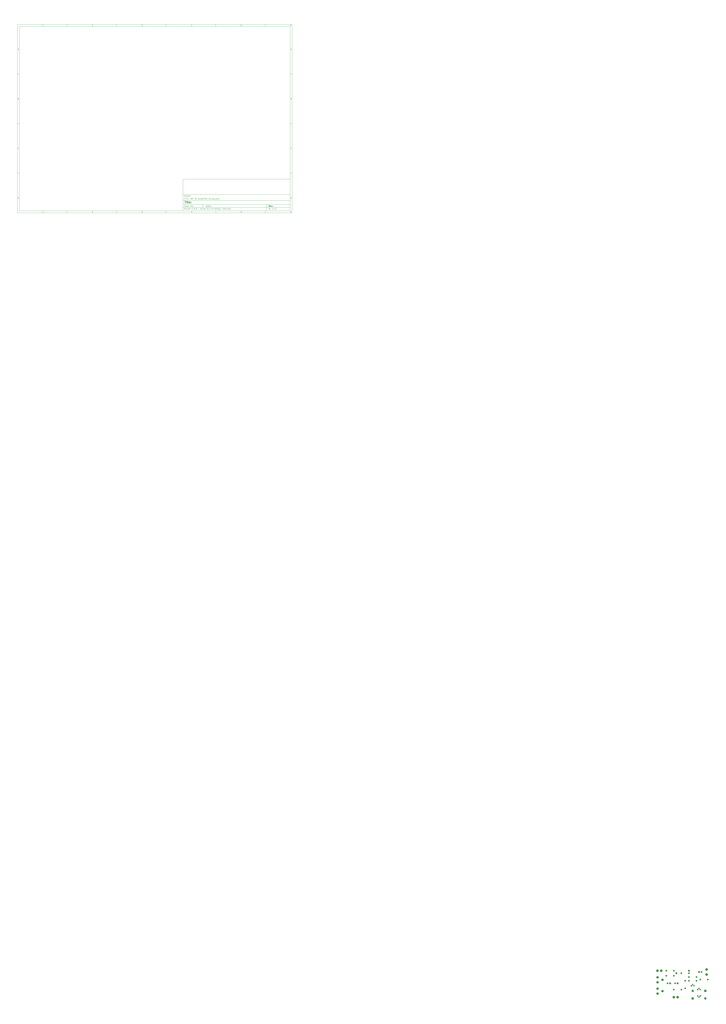
<source format=gts>
G04 #@! TF.GenerationSoftware,KiCad,Pcbnew,5.1.5+dfsg1-2build2*
G04 #@! TF.CreationDate,2020-06-12T12:31:15-06:00*
G04 #@! TF.ProjectId,JAT 3t amplifier,4a415420-3374-4206-916d-706c69666965,rev?*
G04 #@! TF.SameCoordinates,Original*
G04 #@! TF.FileFunction,Soldermask,Top*
G04 #@! TF.FilePolarity,Negative*
%FSLAX46Y46*%
G04 Gerber Fmt 4.6, Leading zero omitted, Abs format (unit mm)*
G04 Created by KiCad (PCBNEW 5.1.5+dfsg1-2build2) date 2020-06-12 12:31:15*
%MOMM*%
%LPD*%
G04 APERTURE LIST*
%ADD10C,0.100000*%
%ADD11C,0.150000*%
%ADD12C,0.300000*%
%ADD13C,0.400000*%
G04 APERTURE END LIST*
D10*
D11*
X177002200Y-166007200D02*
X177002200Y-198007200D01*
X285002200Y-198007200D01*
X285002200Y-166007200D01*
X177002200Y-166007200D01*
D10*
D11*
X10000000Y-10000000D02*
X10000000Y-200007200D01*
X287002200Y-200007200D01*
X287002200Y-10000000D01*
X10000000Y-10000000D01*
D10*
D11*
X12000000Y-12000000D02*
X12000000Y-198007200D01*
X285002200Y-198007200D01*
X285002200Y-12000000D01*
X12000000Y-12000000D01*
D10*
D11*
X60000000Y-12000000D02*
X60000000Y-10000000D01*
D10*
D11*
X110000000Y-12000000D02*
X110000000Y-10000000D01*
D10*
D11*
X160000000Y-12000000D02*
X160000000Y-10000000D01*
D10*
D11*
X210000000Y-12000000D02*
X210000000Y-10000000D01*
D10*
D11*
X260000000Y-12000000D02*
X260000000Y-10000000D01*
D10*
D11*
X36065476Y-11588095D02*
X35322619Y-11588095D01*
X35694047Y-11588095D02*
X35694047Y-10288095D01*
X35570238Y-10473809D01*
X35446428Y-10597619D01*
X35322619Y-10659523D01*
D10*
D11*
X85322619Y-10411904D02*
X85384523Y-10350000D01*
X85508333Y-10288095D01*
X85817857Y-10288095D01*
X85941666Y-10350000D01*
X86003571Y-10411904D01*
X86065476Y-10535714D01*
X86065476Y-10659523D01*
X86003571Y-10845238D01*
X85260714Y-11588095D01*
X86065476Y-11588095D01*
D10*
D11*
X135260714Y-10288095D02*
X136065476Y-10288095D01*
X135632142Y-10783333D01*
X135817857Y-10783333D01*
X135941666Y-10845238D01*
X136003571Y-10907142D01*
X136065476Y-11030952D01*
X136065476Y-11340476D01*
X136003571Y-11464285D01*
X135941666Y-11526190D01*
X135817857Y-11588095D01*
X135446428Y-11588095D01*
X135322619Y-11526190D01*
X135260714Y-11464285D01*
D10*
D11*
X185941666Y-10721428D02*
X185941666Y-11588095D01*
X185632142Y-10226190D02*
X185322619Y-11154761D01*
X186127380Y-11154761D01*
D10*
D11*
X236003571Y-10288095D02*
X235384523Y-10288095D01*
X235322619Y-10907142D01*
X235384523Y-10845238D01*
X235508333Y-10783333D01*
X235817857Y-10783333D01*
X235941666Y-10845238D01*
X236003571Y-10907142D01*
X236065476Y-11030952D01*
X236065476Y-11340476D01*
X236003571Y-11464285D01*
X235941666Y-11526190D01*
X235817857Y-11588095D01*
X235508333Y-11588095D01*
X235384523Y-11526190D01*
X235322619Y-11464285D01*
D10*
D11*
X285941666Y-10288095D02*
X285694047Y-10288095D01*
X285570238Y-10350000D01*
X285508333Y-10411904D01*
X285384523Y-10597619D01*
X285322619Y-10845238D01*
X285322619Y-11340476D01*
X285384523Y-11464285D01*
X285446428Y-11526190D01*
X285570238Y-11588095D01*
X285817857Y-11588095D01*
X285941666Y-11526190D01*
X286003571Y-11464285D01*
X286065476Y-11340476D01*
X286065476Y-11030952D01*
X286003571Y-10907142D01*
X285941666Y-10845238D01*
X285817857Y-10783333D01*
X285570238Y-10783333D01*
X285446428Y-10845238D01*
X285384523Y-10907142D01*
X285322619Y-11030952D01*
D10*
D11*
X60000000Y-198007200D02*
X60000000Y-200007200D01*
D10*
D11*
X110000000Y-198007200D02*
X110000000Y-200007200D01*
D10*
D11*
X160000000Y-198007200D02*
X160000000Y-200007200D01*
D10*
D11*
X210000000Y-198007200D02*
X210000000Y-200007200D01*
D10*
D11*
X260000000Y-198007200D02*
X260000000Y-200007200D01*
D10*
D11*
X36065476Y-199595295D02*
X35322619Y-199595295D01*
X35694047Y-199595295D02*
X35694047Y-198295295D01*
X35570238Y-198481009D01*
X35446428Y-198604819D01*
X35322619Y-198666723D01*
D10*
D11*
X85322619Y-198419104D02*
X85384523Y-198357200D01*
X85508333Y-198295295D01*
X85817857Y-198295295D01*
X85941666Y-198357200D01*
X86003571Y-198419104D01*
X86065476Y-198542914D01*
X86065476Y-198666723D01*
X86003571Y-198852438D01*
X85260714Y-199595295D01*
X86065476Y-199595295D01*
D10*
D11*
X135260714Y-198295295D02*
X136065476Y-198295295D01*
X135632142Y-198790533D01*
X135817857Y-198790533D01*
X135941666Y-198852438D01*
X136003571Y-198914342D01*
X136065476Y-199038152D01*
X136065476Y-199347676D01*
X136003571Y-199471485D01*
X135941666Y-199533390D01*
X135817857Y-199595295D01*
X135446428Y-199595295D01*
X135322619Y-199533390D01*
X135260714Y-199471485D01*
D10*
D11*
X185941666Y-198728628D02*
X185941666Y-199595295D01*
X185632142Y-198233390D02*
X185322619Y-199161961D01*
X186127380Y-199161961D01*
D10*
D11*
X236003571Y-198295295D02*
X235384523Y-198295295D01*
X235322619Y-198914342D01*
X235384523Y-198852438D01*
X235508333Y-198790533D01*
X235817857Y-198790533D01*
X235941666Y-198852438D01*
X236003571Y-198914342D01*
X236065476Y-199038152D01*
X236065476Y-199347676D01*
X236003571Y-199471485D01*
X235941666Y-199533390D01*
X235817857Y-199595295D01*
X235508333Y-199595295D01*
X235384523Y-199533390D01*
X235322619Y-199471485D01*
D10*
D11*
X285941666Y-198295295D02*
X285694047Y-198295295D01*
X285570238Y-198357200D01*
X285508333Y-198419104D01*
X285384523Y-198604819D01*
X285322619Y-198852438D01*
X285322619Y-199347676D01*
X285384523Y-199471485D01*
X285446428Y-199533390D01*
X285570238Y-199595295D01*
X285817857Y-199595295D01*
X285941666Y-199533390D01*
X286003571Y-199471485D01*
X286065476Y-199347676D01*
X286065476Y-199038152D01*
X286003571Y-198914342D01*
X285941666Y-198852438D01*
X285817857Y-198790533D01*
X285570238Y-198790533D01*
X285446428Y-198852438D01*
X285384523Y-198914342D01*
X285322619Y-199038152D01*
D10*
D11*
X10000000Y-60000000D02*
X12000000Y-60000000D01*
D10*
D11*
X10000000Y-110000000D02*
X12000000Y-110000000D01*
D10*
D11*
X10000000Y-160000000D02*
X12000000Y-160000000D01*
D10*
D11*
X10690476Y-35216666D02*
X11309523Y-35216666D01*
X10566666Y-35588095D02*
X11000000Y-34288095D01*
X11433333Y-35588095D01*
D10*
D11*
X11092857Y-84907142D02*
X11278571Y-84969047D01*
X11340476Y-85030952D01*
X11402380Y-85154761D01*
X11402380Y-85340476D01*
X11340476Y-85464285D01*
X11278571Y-85526190D01*
X11154761Y-85588095D01*
X10659523Y-85588095D01*
X10659523Y-84288095D01*
X11092857Y-84288095D01*
X11216666Y-84350000D01*
X11278571Y-84411904D01*
X11340476Y-84535714D01*
X11340476Y-84659523D01*
X11278571Y-84783333D01*
X11216666Y-84845238D01*
X11092857Y-84907142D01*
X10659523Y-84907142D01*
D10*
D11*
X11402380Y-135464285D02*
X11340476Y-135526190D01*
X11154761Y-135588095D01*
X11030952Y-135588095D01*
X10845238Y-135526190D01*
X10721428Y-135402380D01*
X10659523Y-135278571D01*
X10597619Y-135030952D01*
X10597619Y-134845238D01*
X10659523Y-134597619D01*
X10721428Y-134473809D01*
X10845238Y-134350000D01*
X11030952Y-134288095D01*
X11154761Y-134288095D01*
X11340476Y-134350000D01*
X11402380Y-134411904D01*
D10*
D11*
X10659523Y-185588095D02*
X10659523Y-184288095D01*
X10969047Y-184288095D01*
X11154761Y-184350000D01*
X11278571Y-184473809D01*
X11340476Y-184597619D01*
X11402380Y-184845238D01*
X11402380Y-185030952D01*
X11340476Y-185278571D01*
X11278571Y-185402380D01*
X11154761Y-185526190D01*
X10969047Y-185588095D01*
X10659523Y-185588095D01*
D10*
D11*
X287002200Y-60000000D02*
X285002200Y-60000000D01*
D10*
D11*
X287002200Y-110000000D02*
X285002200Y-110000000D01*
D10*
D11*
X287002200Y-160000000D02*
X285002200Y-160000000D01*
D10*
D11*
X285692676Y-35216666D02*
X286311723Y-35216666D01*
X285568866Y-35588095D02*
X286002200Y-34288095D01*
X286435533Y-35588095D01*
D10*
D11*
X286095057Y-84907142D02*
X286280771Y-84969047D01*
X286342676Y-85030952D01*
X286404580Y-85154761D01*
X286404580Y-85340476D01*
X286342676Y-85464285D01*
X286280771Y-85526190D01*
X286156961Y-85588095D01*
X285661723Y-85588095D01*
X285661723Y-84288095D01*
X286095057Y-84288095D01*
X286218866Y-84350000D01*
X286280771Y-84411904D01*
X286342676Y-84535714D01*
X286342676Y-84659523D01*
X286280771Y-84783333D01*
X286218866Y-84845238D01*
X286095057Y-84907142D01*
X285661723Y-84907142D01*
D10*
D11*
X286404580Y-135464285D02*
X286342676Y-135526190D01*
X286156961Y-135588095D01*
X286033152Y-135588095D01*
X285847438Y-135526190D01*
X285723628Y-135402380D01*
X285661723Y-135278571D01*
X285599819Y-135030952D01*
X285599819Y-134845238D01*
X285661723Y-134597619D01*
X285723628Y-134473809D01*
X285847438Y-134350000D01*
X286033152Y-134288095D01*
X286156961Y-134288095D01*
X286342676Y-134350000D01*
X286404580Y-134411904D01*
D10*
D11*
X285661723Y-185588095D02*
X285661723Y-184288095D01*
X285971247Y-184288095D01*
X286156961Y-184350000D01*
X286280771Y-184473809D01*
X286342676Y-184597619D01*
X286404580Y-184845238D01*
X286404580Y-185030952D01*
X286342676Y-185278571D01*
X286280771Y-185402380D01*
X286156961Y-185526190D01*
X285971247Y-185588095D01*
X285661723Y-185588095D01*
D10*
D11*
X200434342Y-193785771D02*
X200434342Y-192285771D01*
X200791485Y-192285771D01*
X201005771Y-192357200D01*
X201148628Y-192500057D01*
X201220057Y-192642914D01*
X201291485Y-192928628D01*
X201291485Y-193142914D01*
X201220057Y-193428628D01*
X201148628Y-193571485D01*
X201005771Y-193714342D01*
X200791485Y-193785771D01*
X200434342Y-193785771D01*
X202577200Y-193785771D02*
X202577200Y-193000057D01*
X202505771Y-192857200D01*
X202362914Y-192785771D01*
X202077200Y-192785771D01*
X201934342Y-192857200D01*
X202577200Y-193714342D02*
X202434342Y-193785771D01*
X202077200Y-193785771D01*
X201934342Y-193714342D01*
X201862914Y-193571485D01*
X201862914Y-193428628D01*
X201934342Y-193285771D01*
X202077200Y-193214342D01*
X202434342Y-193214342D01*
X202577200Y-193142914D01*
X203077200Y-192785771D02*
X203648628Y-192785771D01*
X203291485Y-192285771D02*
X203291485Y-193571485D01*
X203362914Y-193714342D01*
X203505771Y-193785771D01*
X203648628Y-193785771D01*
X204720057Y-193714342D02*
X204577200Y-193785771D01*
X204291485Y-193785771D01*
X204148628Y-193714342D01*
X204077200Y-193571485D01*
X204077200Y-193000057D01*
X204148628Y-192857200D01*
X204291485Y-192785771D01*
X204577200Y-192785771D01*
X204720057Y-192857200D01*
X204791485Y-193000057D01*
X204791485Y-193142914D01*
X204077200Y-193285771D01*
X205434342Y-193642914D02*
X205505771Y-193714342D01*
X205434342Y-193785771D01*
X205362914Y-193714342D01*
X205434342Y-193642914D01*
X205434342Y-193785771D01*
X205434342Y-192857200D02*
X205505771Y-192928628D01*
X205434342Y-193000057D01*
X205362914Y-192928628D01*
X205434342Y-192857200D01*
X205434342Y-193000057D01*
D10*
D11*
X177002200Y-194507200D02*
X285002200Y-194507200D01*
D10*
D11*
X178434342Y-196585771D02*
X178434342Y-195085771D01*
X179291485Y-196585771D02*
X178648628Y-195728628D01*
X179291485Y-195085771D02*
X178434342Y-195942914D01*
X179934342Y-196585771D02*
X179934342Y-195585771D01*
X179934342Y-195085771D02*
X179862914Y-195157200D01*
X179934342Y-195228628D01*
X180005771Y-195157200D01*
X179934342Y-195085771D01*
X179934342Y-195228628D01*
X181505771Y-196442914D02*
X181434342Y-196514342D01*
X181220057Y-196585771D01*
X181077200Y-196585771D01*
X180862914Y-196514342D01*
X180720057Y-196371485D01*
X180648628Y-196228628D01*
X180577200Y-195942914D01*
X180577200Y-195728628D01*
X180648628Y-195442914D01*
X180720057Y-195300057D01*
X180862914Y-195157200D01*
X181077200Y-195085771D01*
X181220057Y-195085771D01*
X181434342Y-195157200D01*
X181505771Y-195228628D01*
X182791485Y-196585771D02*
X182791485Y-195800057D01*
X182720057Y-195657200D01*
X182577200Y-195585771D01*
X182291485Y-195585771D01*
X182148628Y-195657200D01*
X182791485Y-196514342D02*
X182648628Y-196585771D01*
X182291485Y-196585771D01*
X182148628Y-196514342D01*
X182077200Y-196371485D01*
X182077200Y-196228628D01*
X182148628Y-196085771D01*
X182291485Y-196014342D01*
X182648628Y-196014342D01*
X182791485Y-195942914D01*
X184148628Y-196585771D02*
X184148628Y-195085771D01*
X184148628Y-196514342D02*
X184005771Y-196585771D01*
X183720057Y-196585771D01*
X183577200Y-196514342D01*
X183505771Y-196442914D01*
X183434342Y-196300057D01*
X183434342Y-195871485D01*
X183505771Y-195728628D01*
X183577200Y-195657200D01*
X183720057Y-195585771D01*
X184005771Y-195585771D01*
X184148628Y-195657200D01*
X186005771Y-195800057D02*
X186505771Y-195800057D01*
X186720057Y-196585771D02*
X186005771Y-196585771D01*
X186005771Y-195085771D01*
X186720057Y-195085771D01*
X187362914Y-196442914D02*
X187434342Y-196514342D01*
X187362914Y-196585771D01*
X187291485Y-196514342D01*
X187362914Y-196442914D01*
X187362914Y-196585771D01*
X188077200Y-196585771D02*
X188077200Y-195085771D01*
X188434342Y-195085771D01*
X188648628Y-195157200D01*
X188791485Y-195300057D01*
X188862914Y-195442914D01*
X188934342Y-195728628D01*
X188934342Y-195942914D01*
X188862914Y-196228628D01*
X188791485Y-196371485D01*
X188648628Y-196514342D01*
X188434342Y-196585771D01*
X188077200Y-196585771D01*
X189577200Y-196442914D02*
X189648628Y-196514342D01*
X189577200Y-196585771D01*
X189505771Y-196514342D01*
X189577200Y-196442914D01*
X189577200Y-196585771D01*
X190220057Y-196157200D02*
X190934342Y-196157200D01*
X190077200Y-196585771D02*
X190577200Y-195085771D01*
X191077200Y-196585771D01*
X191577200Y-196442914D02*
X191648628Y-196514342D01*
X191577200Y-196585771D01*
X191505771Y-196514342D01*
X191577200Y-196442914D01*
X191577200Y-196585771D01*
X194577200Y-196585771D02*
X194577200Y-195085771D01*
X194720057Y-196014342D02*
X195148628Y-196585771D01*
X195148628Y-195585771D02*
X194577200Y-196157200D01*
X195791485Y-196585771D02*
X195791485Y-195585771D01*
X195791485Y-195085771D02*
X195720057Y-195157200D01*
X195791485Y-195228628D01*
X195862914Y-195157200D01*
X195791485Y-195085771D01*
X195791485Y-195228628D01*
X197148628Y-196514342D02*
X197005771Y-196585771D01*
X196720057Y-196585771D01*
X196577200Y-196514342D01*
X196505771Y-196442914D01*
X196434342Y-196300057D01*
X196434342Y-195871485D01*
X196505771Y-195728628D01*
X196577200Y-195657200D01*
X196720057Y-195585771D01*
X197005771Y-195585771D01*
X197148628Y-195657200D01*
X198434342Y-196585771D02*
X198434342Y-195800057D01*
X198362914Y-195657200D01*
X198220057Y-195585771D01*
X197934342Y-195585771D01*
X197791485Y-195657200D01*
X198434342Y-196514342D02*
X198291485Y-196585771D01*
X197934342Y-196585771D01*
X197791485Y-196514342D01*
X197720057Y-196371485D01*
X197720057Y-196228628D01*
X197791485Y-196085771D01*
X197934342Y-196014342D01*
X198291485Y-196014342D01*
X198434342Y-195942914D01*
X199791485Y-196585771D02*
X199791485Y-195085771D01*
X199791485Y-196514342D02*
X199648628Y-196585771D01*
X199362914Y-196585771D01*
X199220057Y-196514342D01*
X199148628Y-196442914D01*
X199077200Y-196300057D01*
X199077200Y-195871485D01*
X199148628Y-195728628D01*
X199220057Y-195657200D01*
X199362914Y-195585771D01*
X199648628Y-195585771D01*
X199791485Y-195657200D01*
X202362914Y-195085771D02*
X201648628Y-195085771D01*
X201577200Y-195800057D01*
X201648628Y-195728628D01*
X201791485Y-195657200D01*
X202148628Y-195657200D01*
X202291485Y-195728628D01*
X202362914Y-195800057D01*
X202434342Y-195942914D01*
X202434342Y-196300057D01*
X202362914Y-196442914D01*
X202291485Y-196514342D01*
X202148628Y-196585771D01*
X201791485Y-196585771D01*
X201648628Y-196514342D01*
X201577200Y-196442914D01*
X203077200Y-196442914D02*
X203148628Y-196514342D01*
X203077200Y-196585771D01*
X203005771Y-196514342D01*
X203077200Y-196442914D01*
X203077200Y-196585771D01*
X204577200Y-196585771D02*
X203720057Y-196585771D01*
X204148628Y-196585771D02*
X204148628Y-195085771D01*
X204005771Y-195300057D01*
X203862914Y-195442914D01*
X203720057Y-195514342D01*
X205220057Y-196442914D02*
X205291485Y-196514342D01*
X205220057Y-196585771D01*
X205148628Y-196514342D01*
X205220057Y-196442914D01*
X205220057Y-196585771D01*
X206648628Y-195085771D02*
X205934342Y-195085771D01*
X205862914Y-195800057D01*
X205934342Y-195728628D01*
X206077200Y-195657200D01*
X206434342Y-195657200D01*
X206577200Y-195728628D01*
X206648628Y-195800057D01*
X206720057Y-195942914D01*
X206720057Y-196300057D01*
X206648628Y-196442914D01*
X206577200Y-196514342D01*
X206434342Y-196585771D01*
X206077200Y-196585771D01*
X205934342Y-196514342D01*
X205862914Y-196442914D01*
X207362914Y-196014342D02*
X208505771Y-196014342D01*
X207934342Y-196585771D02*
X207934342Y-195442914D01*
X209862914Y-196585771D02*
X209862914Y-195085771D01*
X209862914Y-196514342D02*
X209720057Y-196585771D01*
X209434342Y-196585771D01*
X209291485Y-196514342D01*
X209220057Y-196442914D01*
X209148628Y-196300057D01*
X209148628Y-195871485D01*
X209220057Y-195728628D01*
X209291485Y-195657200D01*
X209434342Y-195585771D01*
X209720057Y-195585771D01*
X209862914Y-195657200D01*
X210362914Y-195585771D02*
X210934342Y-195585771D01*
X210577200Y-196585771D02*
X210577200Y-195300057D01*
X210648628Y-195157200D01*
X210791485Y-195085771D01*
X210934342Y-195085771D01*
X211362914Y-196514342D02*
X211505771Y-196585771D01*
X211791485Y-196585771D01*
X211934342Y-196514342D01*
X212005771Y-196371485D01*
X212005771Y-196300057D01*
X211934342Y-196157200D01*
X211791485Y-196085771D01*
X211577200Y-196085771D01*
X211434342Y-196014342D01*
X211362914Y-195871485D01*
X211362914Y-195800057D01*
X211434342Y-195657200D01*
X211577200Y-195585771D01*
X211791485Y-195585771D01*
X211934342Y-195657200D01*
X213291485Y-195585771D02*
X213291485Y-196800057D01*
X213220057Y-196942914D01*
X213148628Y-197014342D01*
X213005771Y-197085771D01*
X212791485Y-197085771D01*
X212648628Y-197014342D01*
X213291485Y-196514342D02*
X213148628Y-196585771D01*
X212862914Y-196585771D01*
X212720057Y-196514342D01*
X212648628Y-196442914D01*
X212577200Y-196300057D01*
X212577200Y-195871485D01*
X212648628Y-195728628D01*
X212720057Y-195657200D01*
X212862914Y-195585771D01*
X213148628Y-195585771D01*
X213291485Y-195657200D01*
X214791485Y-196585771D02*
X213934342Y-196585771D01*
X214362914Y-196585771D02*
X214362914Y-195085771D01*
X214220057Y-195300057D01*
X214077200Y-195442914D01*
X213934342Y-195514342D01*
X215434342Y-196014342D02*
X216577200Y-196014342D01*
X217220057Y-195228628D02*
X217291485Y-195157200D01*
X217434342Y-195085771D01*
X217791485Y-195085771D01*
X217934342Y-195157200D01*
X218005771Y-195228628D01*
X218077200Y-195371485D01*
X218077200Y-195514342D01*
X218005771Y-195728628D01*
X217148628Y-196585771D01*
X218077200Y-196585771D01*
X218720057Y-196585771D02*
X218720057Y-195085771D01*
X218720057Y-195657200D02*
X218862914Y-195585771D01*
X219148628Y-195585771D01*
X219291485Y-195657200D01*
X219362914Y-195728628D01*
X219434342Y-195871485D01*
X219434342Y-196300057D01*
X219362914Y-196442914D01*
X219291485Y-196514342D01*
X219148628Y-196585771D01*
X218862914Y-196585771D01*
X218720057Y-196514342D01*
X220720057Y-195585771D02*
X220720057Y-196585771D01*
X220077200Y-195585771D02*
X220077200Y-196371485D01*
X220148628Y-196514342D01*
X220291485Y-196585771D01*
X220505771Y-196585771D01*
X220648628Y-196514342D01*
X220720057Y-196442914D01*
X221434342Y-196585771D02*
X221434342Y-195585771D01*
X221434342Y-195085771D02*
X221362914Y-195157200D01*
X221434342Y-195228628D01*
X221505771Y-195157200D01*
X221434342Y-195085771D01*
X221434342Y-195228628D01*
X222362914Y-196585771D02*
X222220057Y-196514342D01*
X222148628Y-196371485D01*
X222148628Y-195085771D01*
X223577200Y-196585771D02*
X223577200Y-195085771D01*
X223577200Y-196514342D02*
X223434342Y-196585771D01*
X223148628Y-196585771D01*
X223005771Y-196514342D01*
X222934342Y-196442914D01*
X222862914Y-196300057D01*
X222862914Y-195871485D01*
X222934342Y-195728628D01*
X223005771Y-195657200D01*
X223148628Y-195585771D01*
X223434342Y-195585771D01*
X223577200Y-195657200D01*
X224220057Y-195228628D02*
X224291485Y-195157200D01*
X224434342Y-195085771D01*
X224791485Y-195085771D01*
X224934342Y-195157200D01*
X225005771Y-195228628D01*
X225077200Y-195371485D01*
X225077200Y-195514342D01*
X225005771Y-195728628D01*
X224148628Y-196585771D01*
X225077200Y-196585771D01*
D10*
D11*
X177002200Y-191507200D02*
X285002200Y-191507200D01*
D10*
D12*
X264411485Y-193785771D02*
X263911485Y-193071485D01*
X263554342Y-193785771D02*
X263554342Y-192285771D01*
X264125771Y-192285771D01*
X264268628Y-192357200D01*
X264340057Y-192428628D01*
X264411485Y-192571485D01*
X264411485Y-192785771D01*
X264340057Y-192928628D01*
X264268628Y-193000057D01*
X264125771Y-193071485D01*
X263554342Y-193071485D01*
X265625771Y-193714342D02*
X265482914Y-193785771D01*
X265197200Y-193785771D01*
X265054342Y-193714342D01*
X264982914Y-193571485D01*
X264982914Y-193000057D01*
X265054342Y-192857200D01*
X265197200Y-192785771D01*
X265482914Y-192785771D01*
X265625771Y-192857200D01*
X265697200Y-193000057D01*
X265697200Y-193142914D01*
X264982914Y-193285771D01*
X266197200Y-192785771D02*
X266554342Y-193785771D01*
X266911485Y-192785771D01*
X267482914Y-193642914D02*
X267554342Y-193714342D01*
X267482914Y-193785771D01*
X267411485Y-193714342D01*
X267482914Y-193642914D01*
X267482914Y-193785771D01*
X267482914Y-192857200D02*
X267554342Y-192928628D01*
X267482914Y-193000057D01*
X267411485Y-192928628D01*
X267482914Y-192857200D01*
X267482914Y-193000057D01*
D10*
D11*
X178362914Y-193714342D02*
X178577200Y-193785771D01*
X178934342Y-193785771D01*
X179077200Y-193714342D01*
X179148628Y-193642914D01*
X179220057Y-193500057D01*
X179220057Y-193357200D01*
X179148628Y-193214342D01*
X179077200Y-193142914D01*
X178934342Y-193071485D01*
X178648628Y-193000057D01*
X178505771Y-192928628D01*
X178434342Y-192857200D01*
X178362914Y-192714342D01*
X178362914Y-192571485D01*
X178434342Y-192428628D01*
X178505771Y-192357200D01*
X178648628Y-192285771D01*
X179005771Y-192285771D01*
X179220057Y-192357200D01*
X179862914Y-193785771D02*
X179862914Y-192785771D01*
X179862914Y-192285771D02*
X179791485Y-192357200D01*
X179862914Y-192428628D01*
X179934342Y-192357200D01*
X179862914Y-192285771D01*
X179862914Y-192428628D01*
X180434342Y-192785771D02*
X181220057Y-192785771D01*
X180434342Y-193785771D01*
X181220057Y-193785771D01*
X182362914Y-193714342D02*
X182220057Y-193785771D01*
X181934342Y-193785771D01*
X181791485Y-193714342D01*
X181720057Y-193571485D01*
X181720057Y-193000057D01*
X181791485Y-192857200D01*
X181934342Y-192785771D01*
X182220057Y-192785771D01*
X182362914Y-192857200D01*
X182434342Y-193000057D01*
X182434342Y-193142914D01*
X181720057Y-193285771D01*
X183077200Y-193642914D02*
X183148628Y-193714342D01*
X183077200Y-193785771D01*
X183005771Y-193714342D01*
X183077200Y-193642914D01*
X183077200Y-193785771D01*
X183077200Y-192857200D02*
X183148628Y-192928628D01*
X183077200Y-193000057D01*
X183005771Y-192928628D01*
X183077200Y-192857200D01*
X183077200Y-193000057D01*
X184862914Y-193357200D02*
X185577200Y-193357200D01*
X184720057Y-193785771D02*
X185220057Y-192285771D01*
X185720057Y-193785771D01*
X186862914Y-192785771D02*
X186862914Y-193785771D01*
X186505771Y-192214342D02*
X186148628Y-193285771D01*
X187077200Y-193285771D01*
D10*
D11*
X263434342Y-196585771D02*
X263434342Y-195085771D01*
X264791485Y-196585771D02*
X264791485Y-195085771D01*
X264791485Y-196514342D02*
X264648628Y-196585771D01*
X264362914Y-196585771D01*
X264220057Y-196514342D01*
X264148628Y-196442914D01*
X264077200Y-196300057D01*
X264077200Y-195871485D01*
X264148628Y-195728628D01*
X264220057Y-195657200D01*
X264362914Y-195585771D01*
X264648628Y-195585771D01*
X264791485Y-195657200D01*
X265505771Y-196442914D02*
X265577200Y-196514342D01*
X265505771Y-196585771D01*
X265434342Y-196514342D01*
X265505771Y-196442914D01*
X265505771Y-196585771D01*
X265505771Y-195657200D02*
X265577200Y-195728628D01*
X265505771Y-195800057D01*
X265434342Y-195728628D01*
X265505771Y-195657200D01*
X265505771Y-195800057D01*
X268148628Y-196585771D02*
X267291485Y-196585771D01*
X267720057Y-196585771D02*
X267720057Y-195085771D01*
X267577200Y-195300057D01*
X267434342Y-195442914D01*
X267291485Y-195514342D01*
X269862914Y-195014342D02*
X268577200Y-196942914D01*
X271148628Y-196585771D02*
X270291485Y-196585771D01*
X270720057Y-196585771D02*
X270720057Y-195085771D01*
X270577200Y-195300057D01*
X270434342Y-195442914D01*
X270291485Y-195514342D01*
D10*
D11*
X177002200Y-187507200D02*
X285002200Y-187507200D01*
D10*
D13*
X178714580Y-188211961D02*
X179857438Y-188211961D01*
X179036009Y-190211961D02*
X179286009Y-188211961D01*
X180274104Y-190211961D02*
X180440771Y-188878628D01*
X180524104Y-188211961D02*
X180416961Y-188307200D01*
X180500295Y-188402438D01*
X180607438Y-188307200D01*
X180524104Y-188211961D01*
X180500295Y-188402438D01*
X181107438Y-188878628D02*
X181869342Y-188878628D01*
X181476485Y-188211961D02*
X181262200Y-189926247D01*
X181333628Y-190116723D01*
X181512200Y-190211961D01*
X181702676Y-190211961D01*
X182655057Y-190211961D02*
X182476485Y-190116723D01*
X182405057Y-189926247D01*
X182619342Y-188211961D01*
X184190771Y-190116723D02*
X183988390Y-190211961D01*
X183607438Y-190211961D01*
X183428866Y-190116723D01*
X183357438Y-189926247D01*
X183452676Y-189164342D01*
X183571723Y-188973866D01*
X183774104Y-188878628D01*
X184155057Y-188878628D01*
X184333628Y-188973866D01*
X184405057Y-189164342D01*
X184381247Y-189354819D01*
X183405057Y-189545295D01*
X185155057Y-190021485D02*
X185238390Y-190116723D01*
X185131247Y-190211961D01*
X185047914Y-190116723D01*
X185155057Y-190021485D01*
X185131247Y-190211961D01*
X185286009Y-188973866D02*
X185369342Y-189069104D01*
X185262200Y-189164342D01*
X185178866Y-189069104D01*
X185286009Y-188973866D01*
X185262200Y-189164342D01*
D10*
D11*
X178934342Y-185600057D02*
X178434342Y-185600057D01*
X178434342Y-186385771D02*
X178434342Y-184885771D01*
X179148628Y-184885771D01*
X179720057Y-186385771D02*
X179720057Y-185385771D01*
X179720057Y-184885771D02*
X179648628Y-184957200D01*
X179720057Y-185028628D01*
X179791485Y-184957200D01*
X179720057Y-184885771D01*
X179720057Y-185028628D01*
X180648628Y-186385771D02*
X180505771Y-186314342D01*
X180434342Y-186171485D01*
X180434342Y-184885771D01*
X181791485Y-186314342D02*
X181648628Y-186385771D01*
X181362914Y-186385771D01*
X181220057Y-186314342D01*
X181148628Y-186171485D01*
X181148628Y-185600057D01*
X181220057Y-185457200D01*
X181362914Y-185385771D01*
X181648628Y-185385771D01*
X181791485Y-185457200D01*
X181862914Y-185600057D01*
X181862914Y-185742914D01*
X181148628Y-185885771D01*
X182505771Y-186242914D02*
X182577200Y-186314342D01*
X182505771Y-186385771D01*
X182434342Y-186314342D01*
X182505771Y-186242914D01*
X182505771Y-186385771D01*
X182505771Y-185457200D02*
X182577200Y-185528628D01*
X182505771Y-185600057D01*
X182434342Y-185528628D01*
X182505771Y-185457200D01*
X182505771Y-185600057D01*
X184791485Y-184885771D02*
X184791485Y-185957200D01*
X184720057Y-186171485D01*
X184577200Y-186314342D01*
X184362914Y-186385771D01*
X184220057Y-186385771D01*
X185434342Y-185957200D02*
X186148628Y-185957200D01*
X185291485Y-186385771D02*
X185791485Y-184885771D01*
X186291485Y-186385771D01*
X186577200Y-184885771D02*
X187434342Y-184885771D01*
X187005771Y-186385771D02*
X187005771Y-184885771D01*
X188934342Y-184885771D02*
X189862914Y-184885771D01*
X189362914Y-185457200D01*
X189577200Y-185457200D01*
X189720057Y-185528628D01*
X189791485Y-185600057D01*
X189862914Y-185742914D01*
X189862914Y-186100057D01*
X189791485Y-186242914D01*
X189720057Y-186314342D01*
X189577200Y-186385771D01*
X189148628Y-186385771D01*
X189005771Y-186314342D01*
X188934342Y-186242914D01*
X190291485Y-185385771D02*
X190862914Y-185385771D01*
X190505771Y-184885771D02*
X190505771Y-186171485D01*
X190577200Y-186314342D01*
X190720057Y-186385771D01*
X190862914Y-186385771D01*
X193148628Y-186385771D02*
X193148628Y-185600057D01*
X193077200Y-185457200D01*
X192934342Y-185385771D01*
X192648628Y-185385771D01*
X192505771Y-185457200D01*
X193148628Y-186314342D02*
X193005771Y-186385771D01*
X192648628Y-186385771D01*
X192505771Y-186314342D01*
X192434342Y-186171485D01*
X192434342Y-186028628D01*
X192505771Y-185885771D01*
X192648628Y-185814342D01*
X193005771Y-185814342D01*
X193148628Y-185742914D01*
X193862914Y-186385771D02*
X193862914Y-185385771D01*
X193862914Y-185528628D02*
X193934342Y-185457200D01*
X194077200Y-185385771D01*
X194291485Y-185385771D01*
X194434342Y-185457200D01*
X194505771Y-185600057D01*
X194505771Y-186385771D01*
X194505771Y-185600057D02*
X194577200Y-185457200D01*
X194720057Y-185385771D01*
X194934342Y-185385771D01*
X195077200Y-185457200D01*
X195148628Y-185600057D01*
X195148628Y-186385771D01*
X195862914Y-185385771D02*
X195862914Y-186885771D01*
X195862914Y-185457200D02*
X196005771Y-185385771D01*
X196291485Y-185385771D01*
X196434342Y-185457200D01*
X196505771Y-185528628D01*
X196577200Y-185671485D01*
X196577200Y-186100057D01*
X196505771Y-186242914D01*
X196434342Y-186314342D01*
X196291485Y-186385771D01*
X196005771Y-186385771D01*
X195862914Y-186314342D01*
X197434342Y-186385771D02*
X197291485Y-186314342D01*
X197220057Y-186171485D01*
X197220057Y-184885771D01*
X198005771Y-186385771D02*
X198005771Y-185385771D01*
X198005771Y-184885771D02*
X197934342Y-184957200D01*
X198005771Y-185028628D01*
X198077200Y-184957200D01*
X198005771Y-184885771D01*
X198005771Y-185028628D01*
X198505771Y-185385771D02*
X199077200Y-185385771D01*
X198720057Y-186385771D02*
X198720057Y-185100057D01*
X198791485Y-184957200D01*
X198934342Y-184885771D01*
X199077200Y-184885771D01*
X199577200Y-186385771D02*
X199577200Y-185385771D01*
X199577200Y-184885771D02*
X199505771Y-184957200D01*
X199577200Y-185028628D01*
X199648628Y-184957200D01*
X199577200Y-184885771D01*
X199577200Y-185028628D01*
X200862914Y-186314342D02*
X200720057Y-186385771D01*
X200434342Y-186385771D01*
X200291485Y-186314342D01*
X200220057Y-186171485D01*
X200220057Y-185600057D01*
X200291485Y-185457200D01*
X200434342Y-185385771D01*
X200720057Y-185385771D01*
X200862914Y-185457200D01*
X200934342Y-185600057D01*
X200934342Y-185742914D01*
X200220057Y-185885771D01*
X201577200Y-186385771D02*
X201577200Y-185385771D01*
X201577200Y-185671485D02*
X201648628Y-185528628D01*
X201720057Y-185457200D01*
X201862914Y-185385771D01*
X202005771Y-185385771D01*
X202505771Y-186242914D02*
X202577200Y-186314342D01*
X202505771Y-186385771D01*
X202434342Y-186314342D01*
X202505771Y-186242914D01*
X202505771Y-186385771D01*
X203220057Y-186385771D02*
X203220057Y-184885771D01*
X203362914Y-185814342D02*
X203791485Y-186385771D01*
X203791485Y-185385771D02*
X203220057Y-185957200D01*
X204434342Y-186385771D02*
X204434342Y-185385771D01*
X204434342Y-184885771D02*
X204362914Y-184957200D01*
X204434342Y-185028628D01*
X204505771Y-184957200D01*
X204434342Y-184885771D01*
X204434342Y-185028628D01*
X205791485Y-186314342D02*
X205648628Y-186385771D01*
X205362914Y-186385771D01*
X205220057Y-186314342D01*
X205148628Y-186242914D01*
X205077200Y-186100057D01*
X205077200Y-185671485D01*
X205148628Y-185528628D01*
X205220057Y-185457200D01*
X205362914Y-185385771D01*
X205648628Y-185385771D01*
X205791485Y-185457200D01*
X207077200Y-186385771D02*
X207077200Y-185600057D01*
X207005771Y-185457200D01*
X206862914Y-185385771D01*
X206577200Y-185385771D01*
X206434342Y-185457200D01*
X207077200Y-186314342D02*
X206934342Y-186385771D01*
X206577200Y-186385771D01*
X206434342Y-186314342D01*
X206362914Y-186171485D01*
X206362914Y-186028628D01*
X206434342Y-185885771D01*
X206577200Y-185814342D01*
X206934342Y-185814342D01*
X207077200Y-185742914D01*
X208434342Y-186385771D02*
X208434342Y-184885771D01*
X208434342Y-186314342D02*
X208291485Y-186385771D01*
X208005771Y-186385771D01*
X207862914Y-186314342D01*
X207791485Y-186242914D01*
X207720057Y-186100057D01*
X207720057Y-185671485D01*
X207791485Y-185528628D01*
X207862914Y-185457200D01*
X208005771Y-185385771D01*
X208291485Y-185385771D01*
X208434342Y-185457200D01*
X208791485Y-186528628D02*
X209934342Y-186528628D01*
X210291485Y-185385771D02*
X210291485Y-186885771D01*
X210291485Y-185457200D02*
X210434342Y-185385771D01*
X210720057Y-185385771D01*
X210862914Y-185457200D01*
X210934342Y-185528628D01*
X211005771Y-185671485D01*
X211005771Y-186100057D01*
X210934342Y-186242914D01*
X210862914Y-186314342D01*
X210720057Y-186385771D01*
X210434342Y-186385771D01*
X210291485Y-186314342D01*
X212291485Y-186314342D02*
X212148628Y-186385771D01*
X211862914Y-186385771D01*
X211720057Y-186314342D01*
X211648628Y-186242914D01*
X211577200Y-186100057D01*
X211577200Y-185671485D01*
X211648628Y-185528628D01*
X211720057Y-185457200D01*
X211862914Y-185385771D01*
X212148628Y-185385771D01*
X212291485Y-185457200D01*
X212934342Y-186385771D02*
X212934342Y-184885771D01*
X212934342Y-185457200D02*
X213077200Y-185385771D01*
X213362914Y-185385771D01*
X213505771Y-185457200D01*
X213577200Y-185528628D01*
X213648628Y-185671485D01*
X213648628Y-186100057D01*
X213577200Y-186242914D01*
X213505771Y-186314342D01*
X213362914Y-186385771D01*
X213077200Y-186385771D01*
X212934342Y-186314342D01*
D10*
D11*
X177002200Y-181507200D02*
X285002200Y-181507200D01*
D10*
D11*
X178362914Y-183614342D02*
X178577200Y-183685771D01*
X178934342Y-183685771D01*
X179077200Y-183614342D01*
X179148628Y-183542914D01*
X179220057Y-183400057D01*
X179220057Y-183257200D01*
X179148628Y-183114342D01*
X179077200Y-183042914D01*
X178934342Y-182971485D01*
X178648628Y-182900057D01*
X178505771Y-182828628D01*
X178434342Y-182757200D01*
X178362914Y-182614342D01*
X178362914Y-182471485D01*
X178434342Y-182328628D01*
X178505771Y-182257200D01*
X178648628Y-182185771D01*
X179005771Y-182185771D01*
X179220057Y-182257200D01*
X179862914Y-183685771D02*
X179862914Y-182185771D01*
X180505771Y-183685771D02*
X180505771Y-182900057D01*
X180434342Y-182757200D01*
X180291485Y-182685771D01*
X180077200Y-182685771D01*
X179934342Y-182757200D01*
X179862914Y-182828628D01*
X181791485Y-183614342D02*
X181648628Y-183685771D01*
X181362914Y-183685771D01*
X181220057Y-183614342D01*
X181148628Y-183471485D01*
X181148628Y-182900057D01*
X181220057Y-182757200D01*
X181362914Y-182685771D01*
X181648628Y-182685771D01*
X181791485Y-182757200D01*
X181862914Y-182900057D01*
X181862914Y-183042914D01*
X181148628Y-183185771D01*
X183077200Y-183614342D02*
X182934342Y-183685771D01*
X182648628Y-183685771D01*
X182505771Y-183614342D01*
X182434342Y-183471485D01*
X182434342Y-182900057D01*
X182505771Y-182757200D01*
X182648628Y-182685771D01*
X182934342Y-182685771D01*
X183077200Y-182757200D01*
X183148628Y-182900057D01*
X183148628Y-183042914D01*
X182434342Y-183185771D01*
X183577200Y-182685771D02*
X184148628Y-182685771D01*
X183791485Y-182185771D02*
X183791485Y-183471485D01*
X183862914Y-183614342D01*
X184005771Y-183685771D01*
X184148628Y-183685771D01*
X184648628Y-183542914D02*
X184720057Y-183614342D01*
X184648628Y-183685771D01*
X184577200Y-183614342D01*
X184648628Y-183542914D01*
X184648628Y-183685771D01*
X184648628Y-182757200D02*
X184720057Y-182828628D01*
X184648628Y-182900057D01*
X184577200Y-182828628D01*
X184648628Y-182757200D01*
X184648628Y-182900057D01*
D10*
D11*
X197002200Y-191507200D02*
X197002200Y-194507200D01*
D10*
D11*
X261002200Y-191507200D02*
X261002200Y-198007200D01*
D10*
G36*
X703804549Y-990741116D02*
G01*
X703915734Y-990763232D01*
X704125203Y-990849997D01*
X704313720Y-990975960D01*
X704474040Y-991136280D01*
X704600003Y-991324797D01*
X704686768Y-991534266D01*
X704731000Y-991756636D01*
X704731000Y-991983364D01*
X704686768Y-992205734D01*
X704600003Y-992415203D01*
X704474040Y-992603720D01*
X704313720Y-992764040D01*
X704125203Y-992890003D01*
X703915734Y-992976768D01*
X703804549Y-992998884D01*
X703693365Y-993021000D01*
X703466635Y-993021000D01*
X703355451Y-992998884D01*
X703244266Y-992976768D01*
X703034797Y-992890003D01*
X702846280Y-992764040D01*
X702685960Y-992603720D01*
X702559997Y-992415203D01*
X702473232Y-992205734D01*
X702429000Y-991983364D01*
X702429000Y-991756636D01*
X702473232Y-991534266D01*
X702559997Y-991324797D01*
X702685960Y-991136280D01*
X702846280Y-990975960D01*
X703034797Y-990849997D01*
X703244266Y-990763232D01*
X703355451Y-990741116D01*
X703466635Y-990719000D01*
X703693365Y-990719000D01*
X703804549Y-990741116D01*
G37*
G36*
X692031000Y-993021000D02*
G01*
X689729000Y-993021000D01*
X689729000Y-990719000D01*
X692031000Y-990719000D01*
X692031000Y-993021000D01*
G37*
G36*
X676019393Y-989349304D02*
G01*
X676256101Y-989447352D01*
X676256103Y-989447353D01*
X676469135Y-989589696D01*
X676650304Y-989770865D01*
X676789229Y-989978782D01*
X676792648Y-989983899D01*
X676890696Y-990220607D01*
X676940680Y-990471893D01*
X676940680Y-990728107D01*
X676890696Y-990979393D01*
X676822305Y-991144502D01*
X676792647Y-991216103D01*
X676650304Y-991429135D01*
X676469135Y-991610304D01*
X676256103Y-991752647D01*
X676256102Y-991752648D01*
X676256101Y-991752648D01*
X676019393Y-991850696D01*
X675768107Y-991900680D01*
X675511893Y-991900680D01*
X675260607Y-991850696D01*
X675023899Y-991752648D01*
X675023898Y-991752648D01*
X675023897Y-991752647D01*
X674810865Y-991610304D01*
X674629696Y-991429135D01*
X674487353Y-991216103D01*
X674457695Y-991144502D01*
X674389304Y-990979393D01*
X674339320Y-990728107D01*
X674339320Y-990471893D01*
X674389304Y-990220607D01*
X674487352Y-989983899D01*
X674490771Y-989978782D01*
X674629696Y-989770865D01*
X674810865Y-989589696D01*
X675023897Y-989447353D01*
X675023899Y-989447352D01*
X675260607Y-989349304D01*
X675511893Y-989299320D01*
X675768107Y-989299320D01*
X676019393Y-989349304D01*
G37*
G36*
X672209393Y-989349304D02*
G01*
X672446101Y-989447352D01*
X672446103Y-989447353D01*
X672659135Y-989589696D01*
X672840304Y-989770865D01*
X672979229Y-989978782D01*
X672982648Y-989983899D01*
X673080696Y-990220607D01*
X673130680Y-990471893D01*
X673130680Y-990728107D01*
X673080696Y-990979393D01*
X673012305Y-991144502D01*
X672982647Y-991216103D01*
X672840304Y-991429135D01*
X672659135Y-991610304D01*
X672446103Y-991752647D01*
X672446102Y-991752648D01*
X672446101Y-991752648D01*
X672209393Y-991850696D01*
X671958107Y-991900680D01*
X671701893Y-991900680D01*
X671450607Y-991850696D01*
X671213899Y-991752648D01*
X671213898Y-991752648D01*
X671213897Y-991752647D01*
X671000865Y-991610304D01*
X670819696Y-991429135D01*
X670677353Y-991216103D01*
X670647695Y-991144502D01*
X670579304Y-990979393D01*
X670529320Y-990728107D01*
X670529320Y-990471893D01*
X670579304Y-990220607D01*
X670677352Y-989983899D01*
X670680771Y-989978782D01*
X670819696Y-989770865D01*
X671000865Y-989589696D01*
X671213897Y-989447353D01*
X671213899Y-989447352D01*
X671450607Y-989349304D01*
X671701893Y-989299320D01*
X671958107Y-989299320D01*
X672209393Y-989349304D01*
G37*
G36*
X699201000Y-990031000D02*
G01*
X697926749Y-990031000D01*
X697902363Y-990033402D01*
X697878914Y-990040515D01*
X697857303Y-990052066D01*
X697838361Y-990067611D01*
X697822816Y-990086553D01*
X697811265Y-990108164D01*
X697804152Y-990131613D01*
X697801750Y-990155999D01*
X697804152Y-990180385D01*
X697811265Y-990203834D01*
X697822816Y-990225444D01*
X697851218Y-990267951D01*
X697904062Y-990395527D01*
X697931000Y-990530956D01*
X697931000Y-990669044D01*
X697904062Y-990804473D01*
X697851218Y-990932049D01*
X697774505Y-991046859D01*
X697676859Y-991144505D01*
X697562049Y-991221218D01*
X697434473Y-991274062D01*
X697299044Y-991301000D01*
X697160956Y-991301000D01*
X697025527Y-991274062D01*
X696897951Y-991221218D01*
X696783141Y-991144505D01*
X696685495Y-991046859D01*
X696608782Y-990932049D01*
X696555938Y-990804473D01*
X696529000Y-990669044D01*
X696529000Y-990530956D01*
X696555938Y-990395527D01*
X696608782Y-990267951D01*
X696685495Y-990153141D01*
X696783141Y-990055495D01*
X696897951Y-989978782D01*
X697025527Y-989925938D01*
X697160956Y-989899000D01*
X697299044Y-989899000D01*
X697434473Y-989925938D01*
X697562049Y-989978782D01*
X697604556Y-990007184D01*
X697626167Y-990018735D01*
X697649616Y-990025848D01*
X697674002Y-990028250D01*
X697698388Y-990025848D01*
X697721837Y-990018735D01*
X697743447Y-990007183D01*
X697762389Y-989991638D01*
X697777934Y-989972696D01*
X697789485Y-989951085D01*
X697796598Y-989927636D01*
X697799000Y-989903251D01*
X697799000Y-988629000D01*
X699201000Y-988629000D01*
X699201000Y-990031000D01*
G37*
G36*
X696164473Y-988655938D02*
G01*
X696292049Y-988708782D01*
X696406859Y-988785495D01*
X696504505Y-988883141D01*
X696581218Y-988997951D01*
X696634062Y-989125527D01*
X696661000Y-989260956D01*
X696661000Y-989399044D01*
X696634062Y-989534473D01*
X696581218Y-989662049D01*
X696504505Y-989776859D01*
X696406859Y-989874505D01*
X696292049Y-989951218D01*
X696164473Y-990004062D01*
X696029044Y-990031000D01*
X695890956Y-990031000D01*
X695755527Y-990004062D01*
X695627951Y-989951218D01*
X695513141Y-989874505D01*
X695415495Y-989776859D01*
X695338782Y-989662049D01*
X695285938Y-989534473D01*
X695259000Y-989399044D01*
X695259000Y-989260956D01*
X695285938Y-989125527D01*
X695338782Y-988997951D01*
X695415495Y-988883141D01*
X695513141Y-988785495D01*
X695627951Y-988708782D01*
X695755527Y-988655938D01*
X695890956Y-988629000D01*
X696029044Y-988629000D01*
X696164473Y-988655938D01*
G37*
G36*
X655663507Y-985792461D02*
G01*
X655781455Y-985815922D01*
X655873496Y-985854047D01*
X656003661Y-985907963D01*
X656203644Y-986041587D01*
X656373715Y-986211658D01*
X656507339Y-986411641D01*
X656599380Y-986633848D01*
X656646302Y-986869741D01*
X656646302Y-987110259D01*
X656599380Y-987346152D01*
X656507339Y-987568359D01*
X656373715Y-987768342D01*
X656203644Y-987938413D01*
X656003661Y-988072037D01*
X655873496Y-988125953D01*
X655781455Y-988164078D01*
X655663507Y-988187539D01*
X655545561Y-988211000D01*
X655305043Y-988211000D01*
X655187097Y-988187539D01*
X655069149Y-988164078D01*
X654977108Y-988125953D01*
X654846943Y-988072037D01*
X654646960Y-987938413D01*
X654476889Y-987768342D01*
X654343265Y-987568359D01*
X654251224Y-987346152D01*
X654204302Y-987110259D01*
X654204302Y-986869741D01*
X654251224Y-986633848D01*
X654343265Y-986411641D01*
X654476889Y-986211658D01*
X654646960Y-986041587D01*
X654846943Y-985907963D01*
X654977108Y-985854047D01*
X655069149Y-985815922D01*
X655187097Y-985792461D01*
X655305043Y-985769000D01*
X655545561Y-985769000D01*
X655663507Y-985792461D01*
G37*
G36*
X660781455Y-983315922D02*
G01*
X660873496Y-983354047D01*
X661003661Y-983407963D01*
X661203644Y-983541587D01*
X661373715Y-983711658D01*
X661507339Y-983911641D01*
X661561255Y-984041806D01*
X661599380Y-984133847D01*
X661599935Y-984136636D01*
X661646302Y-984369741D01*
X661646302Y-984610259D01*
X661599380Y-984846152D01*
X661507339Y-985068359D01*
X661373715Y-985268342D01*
X661203644Y-985438413D01*
X661003661Y-985572037D01*
X660873496Y-985625953D01*
X660781455Y-985664078D01*
X660663507Y-985687539D01*
X660545561Y-985711000D01*
X660305043Y-985711000D01*
X660187097Y-985687539D01*
X660069149Y-985664078D01*
X659977108Y-985625953D01*
X659846943Y-985572037D01*
X659646960Y-985438413D01*
X659476889Y-985268342D01*
X659343265Y-985068359D01*
X659251224Y-984846152D01*
X659204302Y-984610259D01*
X659204302Y-984369741D01*
X659250669Y-984136636D01*
X659251224Y-984133847D01*
X659289349Y-984041806D01*
X659343265Y-983911641D01*
X659476889Y-983711658D01*
X659646960Y-983541587D01*
X659846943Y-983407963D01*
X659977108Y-983354047D01*
X660069149Y-983315922D01*
X660305043Y-983269000D01*
X660545561Y-983269000D01*
X660781455Y-983315922D01*
G37*
G36*
X704731000Y-985401000D02*
G01*
X702429000Y-985401000D01*
X702429000Y-983099000D01*
X704731000Y-983099000D01*
X704731000Y-985401000D01*
G37*
G36*
X691104549Y-983121116D02*
G01*
X691215734Y-983143232D01*
X691315298Y-983184473D01*
X691420933Y-983228228D01*
X691425203Y-983229997D01*
X691613720Y-983355960D01*
X691774040Y-983516280D01*
X691900003Y-983704797D01*
X691985681Y-983911641D01*
X691986768Y-983914267D01*
X692031000Y-984136635D01*
X692031000Y-984363365D01*
X692008884Y-984474549D01*
X691986768Y-984585734D01*
X691900003Y-984795203D01*
X691774040Y-984983720D01*
X691613720Y-985144040D01*
X691425203Y-985270003D01*
X691215734Y-985356768D01*
X691104549Y-985378884D01*
X690993365Y-985401000D01*
X690766635Y-985401000D01*
X690655451Y-985378884D01*
X690544266Y-985356768D01*
X690334797Y-985270003D01*
X690146280Y-985144040D01*
X689985960Y-984983720D01*
X689859997Y-984795203D01*
X689773232Y-984585734D01*
X689751116Y-984474549D01*
X689729000Y-984363365D01*
X689729000Y-984136635D01*
X689773232Y-983914267D01*
X689774320Y-983911641D01*
X689859997Y-983704797D01*
X689985960Y-983516280D01*
X690146280Y-983355960D01*
X690334797Y-983229997D01*
X690339068Y-983228228D01*
X690444702Y-983184473D01*
X690544266Y-983143232D01*
X690655451Y-983121116D01*
X690766635Y-983099000D01*
X690993365Y-983099000D01*
X691104549Y-983121116D01*
G37*
G36*
X679698228Y-982161703D02*
G01*
X679853100Y-982225853D01*
X679992481Y-982318985D01*
X680111015Y-982437519D01*
X680204147Y-982576900D01*
X680268297Y-982731772D01*
X680301000Y-982896184D01*
X680301000Y-983063816D01*
X680268297Y-983228228D01*
X680204147Y-983383100D01*
X680111015Y-983522481D01*
X679992481Y-983641015D01*
X679853100Y-983734147D01*
X679698228Y-983798297D01*
X679533816Y-983831000D01*
X679366184Y-983831000D01*
X679201772Y-983798297D01*
X679046900Y-983734147D01*
X678907519Y-983641015D01*
X678788985Y-983522481D01*
X678695853Y-983383100D01*
X678631703Y-983228228D01*
X678599000Y-983063816D01*
X678599000Y-982896184D01*
X678631703Y-982731772D01*
X678695853Y-982576900D01*
X678788985Y-982437519D01*
X678907519Y-982318985D01*
X679046900Y-982225853D01*
X679201772Y-982161703D01*
X679366184Y-982129000D01*
X679533816Y-982129000D01*
X679698228Y-982161703D01*
G37*
G36*
X672078228Y-982161703D02*
G01*
X672233100Y-982225853D01*
X672372481Y-982318985D01*
X672491015Y-982437519D01*
X672584147Y-982576900D01*
X672648297Y-982731772D01*
X672681000Y-982896184D01*
X672681000Y-983063816D01*
X672648297Y-983228228D01*
X672584147Y-983383100D01*
X672491015Y-983522481D01*
X672372481Y-983641015D01*
X672233100Y-983734147D01*
X672078228Y-983798297D01*
X671913816Y-983831000D01*
X671746184Y-983831000D01*
X671581772Y-983798297D01*
X671426900Y-983734147D01*
X671287519Y-983641015D01*
X671168985Y-983522481D01*
X671075853Y-983383100D01*
X671011703Y-983228228D01*
X670979000Y-983063816D01*
X670979000Y-982896184D01*
X671011703Y-982731772D01*
X671075853Y-982576900D01*
X671168985Y-982437519D01*
X671287519Y-982318985D01*
X671426900Y-982225853D01*
X671581772Y-982161703D01*
X671746184Y-982129000D01*
X671913816Y-982129000D01*
X672078228Y-982161703D01*
G37*
G36*
X697434473Y-981035938D02*
G01*
X697562049Y-981088782D01*
X697676859Y-981165495D01*
X697774505Y-981263141D01*
X697851218Y-981377951D01*
X697904062Y-981505527D01*
X697931000Y-981640956D01*
X697931000Y-981779044D01*
X697904062Y-981914473D01*
X697851218Y-982042049D01*
X697774505Y-982156859D01*
X697676859Y-982254505D01*
X697562049Y-982331218D01*
X697434473Y-982384062D01*
X697299044Y-982411000D01*
X697160956Y-982411000D01*
X697025527Y-982384062D01*
X696897951Y-982331218D01*
X696855444Y-982302816D01*
X696833833Y-982291265D01*
X696810384Y-982284152D01*
X696785998Y-982281750D01*
X696761612Y-982284152D01*
X696738163Y-982291265D01*
X696716553Y-982302817D01*
X696697611Y-982318362D01*
X696682066Y-982337304D01*
X696670515Y-982358915D01*
X696663402Y-982382364D01*
X696661000Y-982406749D01*
X696661000Y-983681000D01*
X695259000Y-983681000D01*
X695259000Y-982279000D01*
X696533251Y-982279000D01*
X696557637Y-982276598D01*
X696581086Y-982269485D01*
X696602697Y-982257934D01*
X696621639Y-982242389D01*
X696637184Y-982223447D01*
X696648735Y-982201836D01*
X696655848Y-982178387D01*
X696658250Y-982154001D01*
X696655848Y-982129615D01*
X696648735Y-982106166D01*
X696637184Y-982084556D01*
X696608782Y-982042049D01*
X696555938Y-981914473D01*
X696529000Y-981779044D01*
X696529000Y-981640956D01*
X696555938Y-981505527D01*
X696608782Y-981377951D01*
X696685495Y-981263141D01*
X696783141Y-981165495D01*
X696897951Y-981088782D01*
X697025527Y-981035938D01*
X697160956Y-981009000D01*
X697299044Y-981009000D01*
X697434473Y-981035938D01*
G37*
G36*
X698704473Y-982305938D02*
G01*
X698832049Y-982358782D01*
X698946859Y-982435495D01*
X699044505Y-982533141D01*
X699121218Y-982647951D01*
X699174062Y-982775527D01*
X699201000Y-982910956D01*
X699201000Y-983049044D01*
X699174062Y-983184473D01*
X699121218Y-983312049D01*
X699044505Y-983426859D01*
X698946859Y-983524505D01*
X698832049Y-983601218D01*
X698704473Y-983654062D01*
X698569044Y-983681000D01*
X698430956Y-983681000D01*
X698295527Y-983654062D01*
X698167951Y-983601218D01*
X698053141Y-983524505D01*
X697955495Y-983426859D01*
X697878782Y-983312049D01*
X697825938Y-983184473D01*
X697799000Y-983049044D01*
X697799000Y-982910956D01*
X697825938Y-982775527D01*
X697878782Y-982647951D01*
X697955495Y-982533141D01*
X698053141Y-982435495D01*
X698167951Y-982358782D01*
X698295527Y-982305938D01*
X698430956Y-982279000D01*
X698569044Y-982279000D01*
X698704473Y-982305938D01*
G37*
G36*
X655781455Y-980815922D02*
G01*
X655873496Y-980854047D01*
X656003661Y-980907963D01*
X656203644Y-981041587D01*
X656373715Y-981211658D01*
X656507339Y-981411641D01*
X656528103Y-981461771D01*
X656596206Y-981626184D01*
X656599380Y-981633848D01*
X656646302Y-981869741D01*
X656646302Y-982110259D01*
X656628086Y-982201836D01*
X656599380Y-982346153D01*
X656584381Y-982382364D01*
X656507339Y-982568359D01*
X656373715Y-982768342D01*
X656203644Y-982938413D01*
X656003661Y-983072037D01*
X655938566Y-983099000D01*
X655781455Y-983164078D01*
X655678921Y-983184473D01*
X655545561Y-983211000D01*
X655305043Y-983211000D01*
X655171683Y-983184473D01*
X655069149Y-983164078D01*
X654912038Y-983099000D01*
X654846943Y-983072037D01*
X654646960Y-982938413D01*
X654476889Y-982768342D01*
X654343265Y-982568359D01*
X654266223Y-982382364D01*
X654251224Y-982346153D01*
X654222518Y-982201836D01*
X654204302Y-982110259D01*
X654204302Y-981869741D01*
X654251224Y-981633848D01*
X654254399Y-981626184D01*
X654322501Y-981461771D01*
X654343265Y-981411641D01*
X654476889Y-981211658D01*
X654646960Y-981041587D01*
X654846943Y-980907963D01*
X654977108Y-980854047D01*
X655069149Y-980815922D01*
X655305043Y-980769000D01*
X655545561Y-980769000D01*
X655781455Y-980815922D01*
G37*
G36*
X683508228Y-980891703D02*
G01*
X683663100Y-980955853D01*
X683802481Y-981048985D01*
X683921015Y-981167519D01*
X684014147Y-981306900D01*
X684078297Y-981461772D01*
X684111000Y-981626184D01*
X684111000Y-981793816D01*
X684078297Y-981958228D01*
X684014147Y-982113100D01*
X683921015Y-982252481D01*
X683802481Y-982371015D01*
X683663100Y-982464147D01*
X683508228Y-982528297D01*
X683343816Y-982561000D01*
X683176184Y-982561000D01*
X683011772Y-982528297D01*
X682856900Y-982464147D01*
X682717519Y-982371015D01*
X682598985Y-982252481D01*
X682505853Y-982113100D01*
X682441703Y-981958228D01*
X682409000Y-981793816D01*
X682409000Y-981626184D01*
X682441703Y-981461772D01*
X682505853Y-981306900D01*
X682598985Y-981167519D01*
X682717519Y-981048985D01*
X682856900Y-980955853D01*
X683011772Y-980891703D01*
X683176184Y-980859000D01*
X683343816Y-980859000D01*
X683508228Y-980891703D01*
G37*
G36*
X691084473Y-977225938D02*
G01*
X691212049Y-977278782D01*
X691326859Y-977355495D01*
X691424505Y-977453141D01*
X691501218Y-977567951D01*
X691554062Y-977695527D01*
X691581000Y-977830956D01*
X691581000Y-977969044D01*
X691554062Y-978104473D01*
X691501218Y-978232049D01*
X691424505Y-978346859D01*
X691326859Y-978444505D01*
X691212049Y-978521218D01*
X691084473Y-978574062D01*
X690949044Y-978601000D01*
X690810956Y-978601000D01*
X690675527Y-978574062D01*
X690547951Y-978521218D01*
X690505444Y-978492816D01*
X690483833Y-978481265D01*
X690460384Y-978474152D01*
X690435998Y-978471750D01*
X690411612Y-978474152D01*
X690388163Y-978481265D01*
X690366553Y-978492817D01*
X690347611Y-978508362D01*
X690332066Y-978527304D01*
X690320515Y-978548915D01*
X690313402Y-978572364D01*
X690311000Y-978596749D01*
X690311000Y-979871000D01*
X688909000Y-979871000D01*
X688909000Y-978469000D01*
X690183251Y-978469000D01*
X690207637Y-978466598D01*
X690231086Y-978459485D01*
X690252697Y-978447934D01*
X690271639Y-978432389D01*
X690287184Y-978413447D01*
X690298735Y-978391836D01*
X690305848Y-978368387D01*
X690308250Y-978344001D01*
X690305848Y-978319615D01*
X690298735Y-978296166D01*
X690287184Y-978274556D01*
X690258782Y-978232049D01*
X690205938Y-978104473D01*
X690179000Y-977969044D01*
X690179000Y-977830956D01*
X690205938Y-977695527D01*
X690258782Y-977567951D01*
X690335495Y-977453141D01*
X690433141Y-977355495D01*
X690547951Y-977278782D01*
X690675527Y-977225938D01*
X690810956Y-977199000D01*
X690949044Y-977199000D01*
X691084473Y-977225938D01*
G37*
G36*
X692354473Y-978495938D02*
G01*
X692482049Y-978548782D01*
X692596859Y-978625495D01*
X692694505Y-978723141D01*
X692771218Y-978837951D01*
X692824062Y-978965527D01*
X692851000Y-979100956D01*
X692851000Y-979239044D01*
X692824062Y-979374473D01*
X692771218Y-979502049D01*
X692694505Y-979616859D01*
X692596859Y-979714505D01*
X692482049Y-979791218D01*
X692354473Y-979844062D01*
X692219044Y-979871000D01*
X692080956Y-979871000D01*
X691945527Y-979844062D01*
X691817951Y-979791218D01*
X691703141Y-979714505D01*
X691605495Y-979616859D01*
X691528782Y-979502049D01*
X691475938Y-979374473D01*
X691449000Y-979239044D01*
X691449000Y-979100956D01*
X691475938Y-978965527D01*
X691528782Y-978837951D01*
X691605495Y-978723141D01*
X691703141Y-978625495D01*
X691817951Y-978548782D01*
X691945527Y-978495938D01*
X692080956Y-978469000D01*
X692219044Y-978469000D01*
X692354473Y-978495938D01*
G37*
G36*
X676491000Y-977481000D02*
G01*
X674789000Y-977481000D01*
X674789000Y-975779000D01*
X676491000Y-975779000D01*
X676491000Y-977481000D01*
G37*
G36*
X665768228Y-975811703D02*
G01*
X665923100Y-975875853D01*
X666062481Y-975968985D01*
X666181015Y-976087519D01*
X666274147Y-976226900D01*
X666338297Y-976381772D01*
X666371000Y-976546184D01*
X666371000Y-976713816D01*
X666338297Y-976878228D01*
X666274147Y-977033100D01*
X666181015Y-977172481D01*
X666062481Y-977291015D01*
X665923100Y-977384147D01*
X665768228Y-977448297D01*
X665603816Y-977481000D01*
X665436184Y-977481000D01*
X665271772Y-977448297D01*
X665116900Y-977384147D01*
X664977519Y-977291015D01*
X664858985Y-977172481D01*
X664765853Y-977033100D01*
X664701703Y-976878228D01*
X664669000Y-976713816D01*
X664669000Y-976546184D01*
X664701703Y-976381772D01*
X664765853Y-976226900D01*
X664858985Y-976087519D01*
X664977519Y-975968985D01*
X665116900Y-975875853D01*
X665271772Y-975811703D01*
X665436184Y-975779000D01*
X665603816Y-975779000D01*
X665768228Y-975811703D01*
G37*
G36*
X673388228Y-975811703D02*
G01*
X673543100Y-975875853D01*
X673682481Y-975968985D01*
X673801015Y-976087519D01*
X673894147Y-976226900D01*
X673958297Y-976381772D01*
X673991000Y-976546184D01*
X673991000Y-976713816D01*
X673958297Y-976878228D01*
X673894147Y-977033100D01*
X673801015Y-977172481D01*
X673682481Y-977291015D01*
X673543100Y-977384147D01*
X673388228Y-977448297D01*
X673223816Y-977481000D01*
X673056184Y-977481000D01*
X672891772Y-977448297D01*
X672736900Y-977384147D01*
X672597519Y-977291015D01*
X672478985Y-977172481D01*
X672385853Y-977033100D01*
X672321703Y-976878228D01*
X672289000Y-976713816D01*
X672289000Y-976546184D01*
X672321703Y-976381772D01*
X672385853Y-976226900D01*
X672478985Y-976087519D01*
X672597519Y-975968985D01*
X672736900Y-975875853D01*
X672891772Y-975811703D01*
X673056184Y-975779000D01*
X673223816Y-975779000D01*
X673388228Y-975811703D01*
G37*
G36*
X668871000Y-977481000D02*
G01*
X667169000Y-977481000D01*
X667169000Y-975779000D01*
X668871000Y-975779000D01*
X668871000Y-977481000D01*
G37*
G36*
X655781455Y-974415922D02*
G01*
X655873496Y-974454047D01*
X656003661Y-974507963D01*
X656203644Y-974641587D01*
X656373715Y-974811658D01*
X656507339Y-975011641D01*
X656599380Y-975233848D01*
X656646302Y-975469741D01*
X656646302Y-975710259D01*
X656626124Y-975811703D01*
X656599380Y-975946153D01*
X656561255Y-976038194D01*
X656507339Y-976168359D01*
X656373715Y-976368342D01*
X656203644Y-976538413D01*
X656003661Y-976672037D01*
X655902797Y-976713816D01*
X655781455Y-976764078D01*
X655545561Y-976811000D01*
X655305043Y-976811000D01*
X655069149Y-976764078D01*
X654947807Y-976713816D01*
X654846943Y-976672037D01*
X654646960Y-976538413D01*
X654476889Y-976368342D01*
X654343265Y-976168359D01*
X654289349Y-976038194D01*
X654251224Y-975946153D01*
X654224480Y-975811703D01*
X654204302Y-975710259D01*
X654204302Y-975469741D01*
X654251224Y-975233848D01*
X654343265Y-975011641D01*
X654476889Y-974811658D01*
X654646960Y-974641587D01*
X654846943Y-974507963D01*
X654977108Y-974454047D01*
X655069149Y-974415922D01*
X655305043Y-974369000D01*
X655545561Y-974369000D01*
X655781455Y-974415922D01*
G37*
G36*
X687318228Y-973271703D02*
G01*
X687473100Y-973335853D01*
X687612481Y-973428985D01*
X687731015Y-973547519D01*
X687824147Y-973686900D01*
X687888297Y-973841772D01*
X687921000Y-974006184D01*
X687921000Y-974173816D01*
X687888297Y-974338228D01*
X687824147Y-974493100D01*
X687731015Y-974632481D01*
X687612481Y-974751015D01*
X687473100Y-974844147D01*
X687318228Y-974908297D01*
X687153816Y-974941000D01*
X686986184Y-974941000D01*
X686821772Y-974908297D01*
X686666900Y-974844147D01*
X686527519Y-974751015D01*
X686408985Y-974632481D01*
X686315853Y-974493100D01*
X686251703Y-974338228D01*
X686219000Y-974173816D01*
X686219000Y-974006184D01*
X686251703Y-973841772D01*
X686315853Y-973686900D01*
X686408985Y-973547519D01*
X686527519Y-973428985D01*
X686666900Y-973335853D01*
X686821772Y-973271703D01*
X686986184Y-973239000D01*
X687153816Y-973239000D01*
X687318228Y-973271703D01*
G37*
G36*
X694938228Y-973271703D02*
G01*
X695093100Y-973335853D01*
X695232481Y-973428985D01*
X695351015Y-973547519D01*
X695444147Y-973686900D01*
X695508297Y-973841772D01*
X695541000Y-974006184D01*
X695541000Y-974173816D01*
X695508297Y-974338228D01*
X695444147Y-974493100D01*
X695351015Y-974632481D01*
X695232481Y-974751015D01*
X695093100Y-974844147D01*
X694938228Y-974908297D01*
X694773816Y-974941000D01*
X694606184Y-974941000D01*
X694441772Y-974908297D01*
X694286900Y-974844147D01*
X694147519Y-974751015D01*
X694028985Y-974632481D01*
X693935853Y-974493100D01*
X693871703Y-974338228D01*
X693839000Y-974173816D01*
X693839000Y-974006184D01*
X693871703Y-973841772D01*
X693935853Y-973686900D01*
X694028985Y-973547519D01*
X694147519Y-973428985D01*
X694286900Y-973335853D01*
X694441772Y-973271703D01*
X694606184Y-973239000D01*
X694773816Y-973239000D01*
X694938228Y-973271703D01*
G37*
G36*
X683508228Y-973271703D02*
G01*
X683663100Y-973335853D01*
X683802481Y-973428985D01*
X683921015Y-973547519D01*
X684014147Y-973686900D01*
X684078297Y-973841772D01*
X684111000Y-974006184D01*
X684111000Y-974173816D01*
X684078297Y-974338228D01*
X684014147Y-974493100D01*
X683921015Y-974632481D01*
X683802481Y-974751015D01*
X683663100Y-974844147D01*
X683508228Y-974908297D01*
X683343816Y-974941000D01*
X683176184Y-974941000D01*
X683011772Y-974908297D01*
X682856900Y-974844147D01*
X682717519Y-974751015D01*
X682598985Y-974632481D01*
X682505853Y-974493100D01*
X682441703Y-974338228D01*
X682409000Y-974173816D01*
X682409000Y-974006184D01*
X682441703Y-973841772D01*
X682505853Y-973686900D01*
X682598985Y-973547519D01*
X682717519Y-973428985D01*
X682856900Y-973335853D01*
X683011772Y-973271703D01*
X683176184Y-973239000D01*
X683343816Y-973239000D01*
X683508228Y-973271703D01*
G37*
G36*
X660663507Y-971892461D02*
G01*
X660781455Y-971915922D01*
X660873496Y-971954047D01*
X661003661Y-972007963D01*
X661203644Y-972141587D01*
X661373715Y-972311658D01*
X661507339Y-972511641D01*
X661599380Y-972733848D01*
X661633189Y-972903815D01*
X661646302Y-972969742D01*
X661646302Y-973210258D01*
X661599380Y-973446153D01*
X661561255Y-973538194D01*
X661507339Y-973668359D01*
X661373715Y-973868342D01*
X661203644Y-974038413D01*
X661003661Y-974172037D01*
X660873496Y-974225953D01*
X660781455Y-974264078D01*
X660545561Y-974311000D01*
X660305043Y-974311000D01*
X660069149Y-974264078D01*
X659977108Y-974225953D01*
X659846943Y-974172037D01*
X659646960Y-974038413D01*
X659476889Y-973868342D01*
X659343265Y-973668359D01*
X659289349Y-973538194D01*
X659251224Y-973446153D01*
X659204302Y-973210258D01*
X659204302Y-972969742D01*
X659217416Y-972903815D01*
X659251224Y-972733848D01*
X659343265Y-972511641D01*
X659476889Y-972311658D01*
X659646960Y-972141587D01*
X659846943Y-972007963D01*
X659977108Y-971954047D01*
X660069149Y-971915922D01*
X660187097Y-971892461D01*
X660305043Y-971869000D01*
X660545561Y-971869000D01*
X660663507Y-971892461D01*
G37*
G36*
X706368228Y-972001703D02*
G01*
X706523100Y-972065853D01*
X706662481Y-972158985D01*
X706781015Y-972277519D01*
X706874147Y-972416900D01*
X706938297Y-972571772D01*
X706971000Y-972736184D01*
X706971000Y-972903816D01*
X706938297Y-973068228D01*
X706874147Y-973223100D01*
X706781015Y-973362481D01*
X706662481Y-973481015D01*
X706523100Y-973574147D01*
X706368228Y-973638297D01*
X706203816Y-973671000D01*
X706036184Y-973671000D01*
X705871772Y-973638297D01*
X705716900Y-973574147D01*
X705577519Y-973481015D01*
X705458985Y-973362481D01*
X705365853Y-973223100D01*
X705301703Y-973068228D01*
X705269000Y-972903816D01*
X705269000Y-972736184D01*
X705301703Y-972571772D01*
X705365853Y-972416900D01*
X705458985Y-972277519D01*
X705577519Y-972158985D01*
X705716900Y-972065853D01*
X705871772Y-972001703D01*
X706036184Y-971969000D01*
X706203816Y-971969000D01*
X706368228Y-972001703D01*
G37*
G36*
X698748228Y-972001703D02*
G01*
X698903100Y-972065853D01*
X699042481Y-972158985D01*
X699161015Y-972277519D01*
X699254147Y-972416900D01*
X699318297Y-972571772D01*
X699351000Y-972736184D01*
X699351000Y-972903816D01*
X699318297Y-973068228D01*
X699254147Y-973223100D01*
X699161015Y-973362481D01*
X699042481Y-973481015D01*
X698903100Y-973574147D01*
X698748228Y-973638297D01*
X698583816Y-973671000D01*
X698416184Y-973671000D01*
X698251772Y-973638297D01*
X698096900Y-973574147D01*
X697957519Y-973481015D01*
X697838985Y-973362481D01*
X697745853Y-973223100D01*
X697681703Y-973068228D01*
X697649000Y-972903816D01*
X697649000Y-972736184D01*
X697681703Y-972571772D01*
X697745853Y-972416900D01*
X697838985Y-972277519D01*
X697957519Y-972158985D01*
X698096900Y-972065853D01*
X698251772Y-972001703D01*
X698416184Y-971969000D01*
X698583816Y-971969000D01*
X698748228Y-972001703D01*
G37*
G36*
X655663507Y-969392461D02*
G01*
X655781455Y-969415922D01*
X655873496Y-969454047D01*
X656003661Y-969507963D01*
X656203644Y-969641587D01*
X656373715Y-969811658D01*
X656507339Y-970011641D01*
X656599380Y-970233848D01*
X656646302Y-970469741D01*
X656646302Y-970710259D01*
X656599380Y-970946152D01*
X656507339Y-971168359D01*
X656373715Y-971368342D01*
X656203644Y-971538413D01*
X656003661Y-971672037D01*
X655873496Y-971725953D01*
X655781455Y-971764078D01*
X655545561Y-971811000D01*
X655305043Y-971811000D01*
X655069149Y-971764078D01*
X654977108Y-971725953D01*
X654846943Y-971672037D01*
X654646960Y-971538413D01*
X654476889Y-971368342D01*
X654343265Y-971168359D01*
X654251224Y-970946152D01*
X654204302Y-970710259D01*
X654204302Y-970469741D01*
X654251224Y-970233848D01*
X654343265Y-970011641D01*
X654476889Y-969811658D01*
X654646960Y-969641587D01*
X654846943Y-969507963D01*
X654977108Y-969454047D01*
X655069149Y-969415922D01*
X655187097Y-969392461D01*
X655305043Y-969369000D01*
X655545561Y-969369000D01*
X655663507Y-969392461D01*
G37*
G36*
X694938228Y-969461703D02*
G01*
X695093100Y-969525853D01*
X695232481Y-969618985D01*
X695351015Y-969737519D01*
X695444147Y-969876900D01*
X695508297Y-970031772D01*
X695541000Y-970196184D01*
X695541000Y-970363816D01*
X695508297Y-970528228D01*
X695444147Y-970683100D01*
X695351015Y-970822481D01*
X695232481Y-970941015D01*
X695093100Y-971034147D01*
X694938228Y-971098297D01*
X694773816Y-971131000D01*
X694606184Y-971131000D01*
X694441772Y-971098297D01*
X694286900Y-971034147D01*
X694147519Y-970941015D01*
X694028985Y-970822481D01*
X693935853Y-970683100D01*
X693871703Y-970528228D01*
X693839000Y-970363816D01*
X693839000Y-970196184D01*
X693871703Y-970031772D01*
X693935853Y-969876900D01*
X694028985Y-969737519D01*
X694147519Y-969618985D01*
X694286900Y-969525853D01*
X694441772Y-969461703D01*
X694606184Y-969429000D01*
X694773816Y-969429000D01*
X694938228Y-969461703D01*
G37*
G36*
X687318228Y-969461703D02*
G01*
X687473100Y-969525853D01*
X687612481Y-969618985D01*
X687731015Y-969737519D01*
X687824147Y-969876900D01*
X687888297Y-970031772D01*
X687921000Y-970196184D01*
X687921000Y-970363816D01*
X687888297Y-970528228D01*
X687824147Y-970683100D01*
X687731015Y-970822481D01*
X687612481Y-970941015D01*
X687473100Y-971034147D01*
X687318228Y-971098297D01*
X687153816Y-971131000D01*
X686986184Y-971131000D01*
X686821772Y-971098297D01*
X686666900Y-971034147D01*
X686527519Y-970941015D01*
X686408985Y-970822481D01*
X686315853Y-970683100D01*
X686251703Y-970528228D01*
X686219000Y-970363816D01*
X686219000Y-970196184D01*
X686251703Y-970031772D01*
X686315853Y-969876900D01*
X686408985Y-969737519D01*
X686527519Y-969618985D01*
X686666900Y-969525853D01*
X686821772Y-969461703D01*
X686986184Y-969429000D01*
X687153816Y-969429000D01*
X687318228Y-969461703D01*
G37*
G36*
X672078228Y-968191703D02*
G01*
X672233100Y-968255853D01*
X672372481Y-968348985D01*
X672491015Y-968467519D01*
X672584147Y-968606900D01*
X672648297Y-968761772D01*
X672681000Y-968926184D01*
X672681000Y-969093816D01*
X672648297Y-969258228D01*
X672584147Y-969413100D01*
X672491015Y-969552481D01*
X672372481Y-969671015D01*
X672233100Y-969764147D01*
X672078228Y-969828297D01*
X671913816Y-969861000D01*
X671746184Y-969861000D01*
X671581772Y-969828297D01*
X671426900Y-969764147D01*
X671287519Y-969671015D01*
X671168985Y-969552481D01*
X671075853Y-969413100D01*
X671011703Y-969258228D01*
X670979000Y-969093816D01*
X670979000Y-968926184D01*
X671011703Y-968761772D01*
X671075853Y-968606900D01*
X671168985Y-968467519D01*
X671287519Y-968348985D01*
X671426900Y-968255853D01*
X671581772Y-968191703D01*
X671746184Y-968159000D01*
X671913816Y-968159000D01*
X672078228Y-968191703D01*
G37*
G36*
X664458228Y-968191703D02*
G01*
X664613100Y-968255853D01*
X664752481Y-968348985D01*
X664871015Y-968467519D01*
X664964147Y-968606900D01*
X665028297Y-968761772D01*
X665061000Y-968926184D01*
X665061000Y-969093816D01*
X665028297Y-969258228D01*
X664964147Y-969413100D01*
X664871015Y-969552481D01*
X664752481Y-969671015D01*
X664613100Y-969764147D01*
X664458228Y-969828297D01*
X664293816Y-969861000D01*
X664126184Y-969861000D01*
X663961772Y-969828297D01*
X663806900Y-969764147D01*
X663667519Y-969671015D01*
X663548985Y-969552481D01*
X663455853Y-969413100D01*
X663391703Y-969258228D01*
X663359000Y-969093816D01*
X663359000Y-968926184D01*
X663391703Y-968761772D01*
X663455853Y-968606900D01*
X663548985Y-968467519D01*
X663667519Y-968348985D01*
X663806900Y-968255853D01*
X663961772Y-968191703D01*
X664126184Y-968159000D01*
X664293816Y-968159000D01*
X664458228Y-968191703D01*
G37*
G36*
X705229393Y-966489304D02*
G01*
X705466101Y-966587352D01*
X705466103Y-966587353D01*
X705679135Y-966729696D01*
X705860304Y-966910865D01*
X705928201Y-967012481D01*
X706002648Y-967123899D01*
X706100696Y-967360607D01*
X706150680Y-967611893D01*
X706150680Y-967868107D01*
X706100696Y-968119393D01*
X706002648Y-968356101D01*
X706002647Y-968356103D01*
X705860304Y-968569135D01*
X705679135Y-968750304D01*
X705466103Y-968892647D01*
X705466102Y-968892648D01*
X705466101Y-968892648D01*
X705229393Y-968990696D01*
X704978107Y-969040680D01*
X704721893Y-969040680D01*
X704470607Y-968990696D01*
X704233899Y-968892648D01*
X704233898Y-968892648D01*
X704233897Y-968892647D01*
X704020865Y-968750304D01*
X703839696Y-968569135D01*
X703697353Y-968356103D01*
X703697352Y-968356101D01*
X703599304Y-968119393D01*
X703549320Y-967868107D01*
X703549320Y-967611893D01*
X703599304Y-967360607D01*
X703697352Y-967123899D01*
X703771799Y-967012481D01*
X703839696Y-966910865D01*
X704020865Y-966729696D01*
X704233897Y-966587353D01*
X704233899Y-966587352D01*
X704470607Y-966489304D01*
X704721893Y-966439320D01*
X704978107Y-966439320D01*
X705229393Y-966489304D01*
G37*
G36*
X675221000Y-967321000D02*
G01*
X673519000Y-967321000D01*
X673519000Y-965619000D01*
X675221000Y-965619000D01*
X675221000Y-967321000D01*
G37*
G36*
X679618228Y-965651703D02*
G01*
X679773100Y-965715853D01*
X679912481Y-965808985D01*
X680031015Y-965927519D01*
X680124147Y-966066900D01*
X680188297Y-966221772D01*
X680221000Y-966386184D01*
X680221000Y-966553816D01*
X680188297Y-966718228D01*
X680124147Y-966873100D01*
X680031015Y-967012481D01*
X679912481Y-967131015D01*
X679773100Y-967224147D01*
X679618228Y-967288297D01*
X679453816Y-967321000D01*
X679286184Y-967321000D01*
X679121772Y-967288297D01*
X678966900Y-967224147D01*
X678827519Y-967131015D01*
X678708985Y-967012481D01*
X678615853Y-966873100D01*
X678551703Y-966718228D01*
X678519000Y-966553816D01*
X678519000Y-966386184D01*
X678551703Y-966221772D01*
X678615853Y-966066900D01*
X678708985Y-965927519D01*
X678827519Y-965808985D01*
X678966900Y-965715853D01*
X679121772Y-965651703D01*
X679286184Y-965619000D01*
X679453816Y-965619000D01*
X679618228Y-965651703D01*
G37*
G36*
X687318228Y-965611703D02*
G01*
X687473100Y-965675853D01*
X687612481Y-965768985D01*
X687731015Y-965887519D01*
X687824147Y-966026900D01*
X687888297Y-966181772D01*
X687921000Y-966346184D01*
X687921000Y-966513816D01*
X687888297Y-966678228D01*
X687824147Y-966833100D01*
X687731015Y-966972481D01*
X687612481Y-967091015D01*
X687473100Y-967184147D01*
X687318228Y-967248297D01*
X687153816Y-967281000D01*
X686986184Y-967281000D01*
X686821772Y-967248297D01*
X686666900Y-967184147D01*
X686527519Y-967091015D01*
X686408985Y-966972481D01*
X686315853Y-966833100D01*
X686251703Y-966678228D01*
X686219000Y-966513816D01*
X686219000Y-966346184D01*
X686251703Y-966181772D01*
X686315853Y-966026900D01*
X686408985Y-965887519D01*
X686527519Y-965768985D01*
X686666900Y-965675853D01*
X686821772Y-965611703D01*
X686986184Y-965579000D01*
X687153816Y-965579000D01*
X687318228Y-965611703D01*
G37*
G36*
X698081000Y-966051000D02*
G01*
X696379000Y-966051000D01*
X696379000Y-964349000D01*
X698081000Y-964349000D01*
X698081000Y-966051000D01*
G37*
G36*
X699978228Y-964381703D02*
G01*
X700133100Y-964445853D01*
X700272481Y-964538985D01*
X700391015Y-964657519D01*
X700484147Y-964796900D01*
X700548297Y-964951772D01*
X700581000Y-965116184D01*
X700581000Y-965283816D01*
X700548297Y-965448228D01*
X700484147Y-965603100D01*
X700391015Y-965742481D01*
X700272481Y-965861015D01*
X700133100Y-965954147D01*
X699978228Y-966018297D01*
X699813816Y-966051000D01*
X699646184Y-966051000D01*
X699481772Y-966018297D01*
X699326900Y-965954147D01*
X699187519Y-965861015D01*
X699068985Y-965742481D01*
X698975853Y-965603100D01*
X698911703Y-965448228D01*
X698879000Y-965283816D01*
X698879000Y-965116184D01*
X698911703Y-964951772D01*
X698975853Y-964796900D01*
X699068985Y-964657519D01*
X699187519Y-964538985D01*
X699326900Y-964445853D01*
X699481772Y-964381703D01*
X699646184Y-964349000D01*
X699813816Y-964349000D01*
X699978228Y-964381703D01*
G37*
G36*
X659509393Y-962679304D02*
G01*
X659746101Y-962777352D01*
X659746103Y-962777353D01*
X659959135Y-962919696D01*
X660140304Y-963100865D01*
X660257394Y-963276103D01*
X660282648Y-963313899D01*
X660380696Y-963550607D01*
X660430680Y-963801893D01*
X660430680Y-964058107D01*
X660380696Y-964309393D01*
X660282648Y-964546101D01*
X660282647Y-964546103D01*
X660140304Y-964759135D01*
X659959135Y-964940304D01*
X659746103Y-965082647D01*
X659746102Y-965082648D01*
X659746101Y-965082648D01*
X659509393Y-965180696D01*
X659258107Y-965230680D01*
X659001893Y-965230680D01*
X658750607Y-965180696D01*
X658513899Y-965082648D01*
X658513898Y-965082648D01*
X658513897Y-965082647D01*
X658300865Y-964940304D01*
X658119696Y-964759135D01*
X657977353Y-964546103D01*
X657977352Y-964546101D01*
X657879304Y-964309393D01*
X657829320Y-964058107D01*
X657829320Y-963801893D01*
X657879304Y-963550607D01*
X657977352Y-963313899D01*
X658002606Y-963276103D01*
X658119696Y-963100865D01*
X658300865Y-962919696D01*
X658513897Y-962777353D01*
X658513899Y-962777352D01*
X658750607Y-962679304D01*
X659001893Y-962629320D01*
X659258107Y-962629320D01*
X659509393Y-962679304D01*
G37*
G36*
X655699393Y-962679304D02*
G01*
X655936101Y-962777352D01*
X655936103Y-962777353D01*
X656149135Y-962919696D01*
X656330304Y-963100865D01*
X656447394Y-963276103D01*
X656472648Y-963313899D01*
X656570696Y-963550607D01*
X656620680Y-963801893D01*
X656620680Y-964058107D01*
X656570696Y-964309393D01*
X656472648Y-964546101D01*
X656472647Y-964546103D01*
X656330304Y-964759135D01*
X656149135Y-964940304D01*
X655936103Y-965082647D01*
X655936102Y-965082648D01*
X655936101Y-965082648D01*
X655699393Y-965180696D01*
X655448107Y-965230680D01*
X655191893Y-965230680D01*
X654940607Y-965180696D01*
X654703899Y-965082648D01*
X654703898Y-965082648D01*
X654703897Y-965082647D01*
X654490865Y-964940304D01*
X654309696Y-964759135D01*
X654167353Y-964546103D01*
X654167352Y-964546101D01*
X654069304Y-964309393D01*
X654019320Y-964058107D01*
X654019320Y-963801893D01*
X654069304Y-963550607D01*
X654167352Y-963313899D01*
X654192606Y-963276103D01*
X654309696Y-963100865D01*
X654490865Y-962919696D01*
X654703897Y-962777353D01*
X654703899Y-962777352D01*
X654940607Y-962679304D01*
X655191893Y-962629320D01*
X655448107Y-962629320D01*
X655699393Y-962679304D01*
G37*
G36*
X687921000Y-964781000D02*
G01*
X686219000Y-964781000D01*
X686219000Y-963079000D01*
X687921000Y-963079000D01*
X687921000Y-964781000D01*
G37*
G36*
X672078228Y-963111703D02*
G01*
X672233100Y-963175853D01*
X672372481Y-963268985D01*
X672491015Y-963387519D01*
X672584147Y-963526900D01*
X672648297Y-963681772D01*
X672681000Y-963846184D01*
X672681000Y-964013816D01*
X672648297Y-964178228D01*
X672584147Y-964333100D01*
X672491015Y-964472481D01*
X672372481Y-964591015D01*
X672233100Y-964684147D01*
X672078228Y-964748297D01*
X671913816Y-964781000D01*
X671746184Y-964781000D01*
X671581772Y-964748297D01*
X671426900Y-964684147D01*
X671287519Y-964591015D01*
X671168985Y-964472481D01*
X671075853Y-964333100D01*
X671011703Y-964178228D01*
X670979000Y-964013816D01*
X670979000Y-963846184D01*
X671011703Y-963681772D01*
X671075853Y-963526900D01*
X671168985Y-963387519D01*
X671287519Y-963268985D01*
X671426900Y-963175853D01*
X671581772Y-963111703D01*
X671746184Y-963079000D01*
X671913816Y-963079000D01*
X672078228Y-963111703D01*
G37*
G36*
X664458228Y-963111703D02*
G01*
X664613100Y-963175853D01*
X664752481Y-963268985D01*
X664871015Y-963387519D01*
X664964147Y-963526900D01*
X665028297Y-963681772D01*
X665061000Y-963846184D01*
X665061000Y-964013816D01*
X665028297Y-964178228D01*
X664964147Y-964333100D01*
X664871015Y-964472481D01*
X664752481Y-964591015D01*
X664613100Y-964684147D01*
X664458228Y-964748297D01*
X664293816Y-964781000D01*
X664126184Y-964781000D01*
X663961772Y-964748297D01*
X663806900Y-964684147D01*
X663667519Y-964591015D01*
X663548985Y-964472481D01*
X663455853Y-964333100D01*
X663391703Y-964178228D01*
X663359000Y-964013816D01*
X663359000Y-963846184D01*
X663391703Y-963681772D01*
X663455853Y-963526900D01*
X663548985Y-963387519D01*
X663667519Y-963268985D01*
X663806900Y-963175853D01*
X663961772Y-963111703D01*
X664126184Y-963079000D01*
X664293816Y-963079000D01*
X664458228Y-963111703D01*
G37*
G36*
X705229393Y-961409304D02*
G01*
X705466101Y-961507352D01*
X705466103Y-961507353D01*
X705679135Y-961649696D01*
X705860304Y-961830865D01*
X706002647Y-962043897D01*
X706002648Y-962043899D01*
X706100696Y-962280607D01*
X706150680Y-962531893D01*
X706150680Y-962788107D01*
X706100696Y-963039393D01*
X706002648Y-963276101D01*
X706002647Y-963276103D01*
X705860304Y-963489135D01*
X705679135Y-963670304D01*
X705466103Y-963812647D01*
X705466102Y-963812648D01*
X705466101Y-963812648D01*
X705229393Y-963910696D01*
X704978107Y-963960680D01*
X704721893Y-963960680D01*
X704470607Y-963910696D01*
X704233899Y-963812648D01*
X704233898Y-963812648D01*
X704233897Y-963812647D01*
X704020865Y-963670304D01*
X703839696Y-963489135D01*
X703697353Y-963276103D01*
X703697352Y-963276101D01*
X703599304Y-963039393D01*
X703549320Y-962788107D01*
X703549320Y-962531893D01*
X703599304Y-962280607D01*
X703697352Y-962043899D01*
X703697353Y-962043897D01*
X703839696Y-961830865D01*
X704020865Y-961649696D01*
X704233897Y-961507353D01*
X704233899Y-961507352D01*
X704470607Y-961409304D01*
X704721893Y-961359320D01*
X704978107Y-961359320D01*
X705229393Y-961409304D01*
G37*
M02*

</source>
